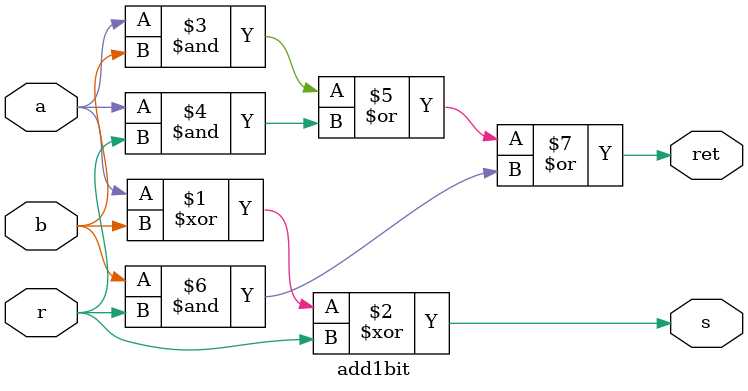
<source format=v>
module add1bit (a, b, r, s, ret);
    input a;
    input b;
    input r;
    output s;
    output ret;

  assign s = a ^ b ^ r;
  assign ret = (a & b) | (a & r) | (b & r);

endmodule

</source>
